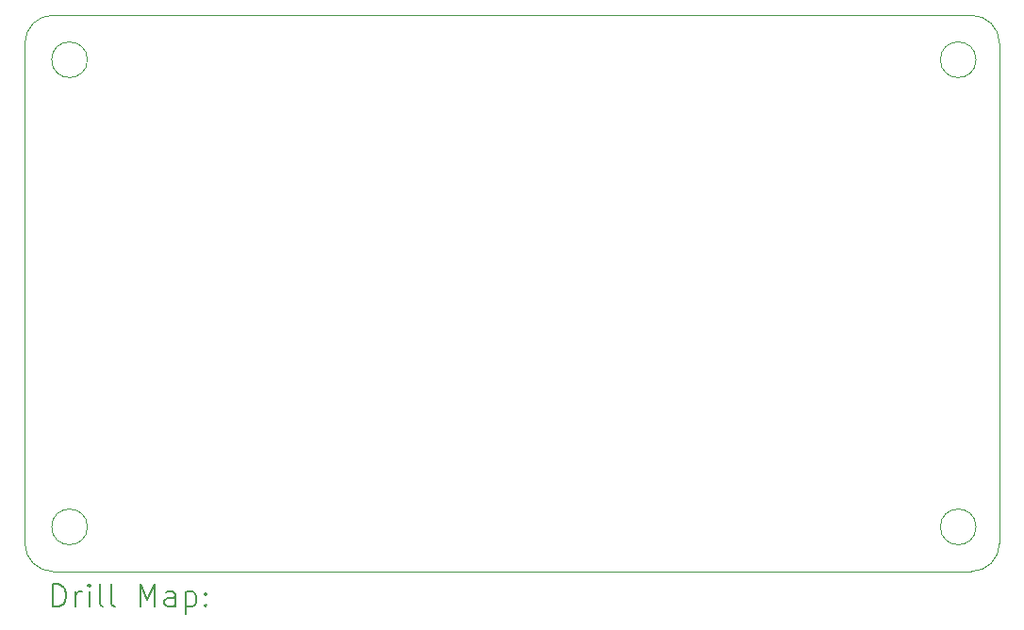
<source format=gbr>
%FSLAX45Y45*%
G04 Gerber Fmt 4.5, Leading zero omitted, Abs format (unit mm)*
G04 Created by KiCad (PCBNEW (6.0.6)) date 2022-07-07 23:48:39*
%MOMM*%
%LPD*%
G01*
G04 APERTURE LIST*
%TA.AperFunction,Profile*%
%ADD10C,0.100000*%
%TD*%
%ADD11C,0.200000*%
G04 APERTURE END LIST*
D10*
X15250000Y-9250000D02*
G75*
G03*
X15000000Y-9000000I-250000J0D01*
G01*
X15040000Y-13600000D02*
G75*
G03*
X15040000Y-13600000I-160000J0D01*
G01*
X6750000Y-9000000D02*
G75*
G03*
X6500000Y-9250000I0J-250000D01*
G01*
X7060000Y-13600000D02*
G75*
G03*
X7060000Y-13600000I-160000J0D01*
G01*
X15250000Y-9250000D02*
X15250000Y-13750000D01*
X6750000Y-9000000D02*
X15000000Y-9000000D01*
X15000000Y-14000000D02*
X6750000Y-14000000D01*
X6500000Y-13750000D02*
X6500000Y-9250000D01*
X15000000Y-14000000D02*
G75*
G03*
X15250000Y-13750000I0J250000D01*
G01*
X6500000Y-13750000D02*
G75*
G03*
X6750000Y-14000000I250000J0D01*
G01*
X7060000Y-9400000D02*
G75*
G03*
X7060000Y-9400000I-160000J0D01*
G01*
X15040000Y-9400000D02*
G75*
G03*
X15040000Y-9400000I-160000J0D01*
G01*
D11*
X6752619Y-14315476D02*
X6752619Y-14115476D01*
X6800238Y-14115476D01*
X6828809Y-14125000D01*
X6847857Y-14144048D01*
X6857381Y-14163095D01*
X6866905Y-14201190D01*
X6866905Y-14229762D01*
X6857381Y-14267857D01*
X6847857Y-14286905D01*
X6828809Y-14305952D01*
X6800238Y-14315476D01*
X6752619Y-14315476D01*
X6952619Y-14315476D02*
X6952619Y-14182143D01*
X6952619Y-14220238D02*
X6962143Y-14201190D01*
X6971667Y-14191667D01*
X6990714Y-14182143D01*
X7009762Y-14182143D01*
X7076428Y-14315476D02*
X7076428Y-14182143D01*
X7076428Y-14115476D02*
X7066905Y-14125000D01*
X7076428Y-14134524D01*
X7085952Y-14125000D01*
X7076428Y-14115476D01*
X7076428Y-14134524D01*
X7200238Y-14315476D02*
X7181190Y-14305952D01*
X7171667Y-14286905D01*
X7171667Y-14115476D01*
X7305000Y-14315476D02*
X7285952Y-14305952D01*
X7276428Y-14286905D01*
X7276428Y-14115476D01*
X7533571Y-14315476D02*
X7533571Y-14115476D01*
X7600238Y-14258333D01*
X7666905Y-14115476D01*
X7666905Y-14315476D01*
X7847857Y-14315476D02*
X7847857Y-14210714D01*
X7838333Y-14191667D01*
X7819286Y-14182143D01*
X7781190Y-14182143D01*
X7762143Y-14191667D01*
X7847857Y-14305952D02*
X7828809Y-14315476D01*
X7781190Y-14315476D01*
X7762143Y-14305952D01*
X7752619Y-14286905D01*
X7752619Y-14267857D01*
X7762143Y-14248809D01*
X7781190Y-14239286D01*
X7828809Y-14239286D01*
X7847857Y-14229762D01*
X7943095Y-14182143D02*
X7943095Y-14382143D01*
X7943095Y-14191667D02*
X7962143Y-14182143D01*
X8000238Y-14182143D01*
X8019286Y-14191667D01*
X8028809Y-14201190D01*
X8038333Y-14220238D01*
X8038333Y-14277381D01*
X8028809Y-14296428D01*
X8019286Y-14305952D01*
X8000238Y-14315476D01*
X7962143Y-14315476D01*
X7943095Y-14305952D01*
X8124048Y-14296428D02*
X8133571Y-14305952D01*
X8124048Y-14315476D01*
X8114524Y-14305952D01*
X8124048Y-14296428D01*
X8124048Y-14315476D01*
X8124048Y-14191667D02*
X8133571Y-14201190D01*
X8124048Y-14210714D01*
X8114524Y-14201190D01*
X8124048Y-14191667D01*
X8124048Y-14210714D01*
M02*

</source>
